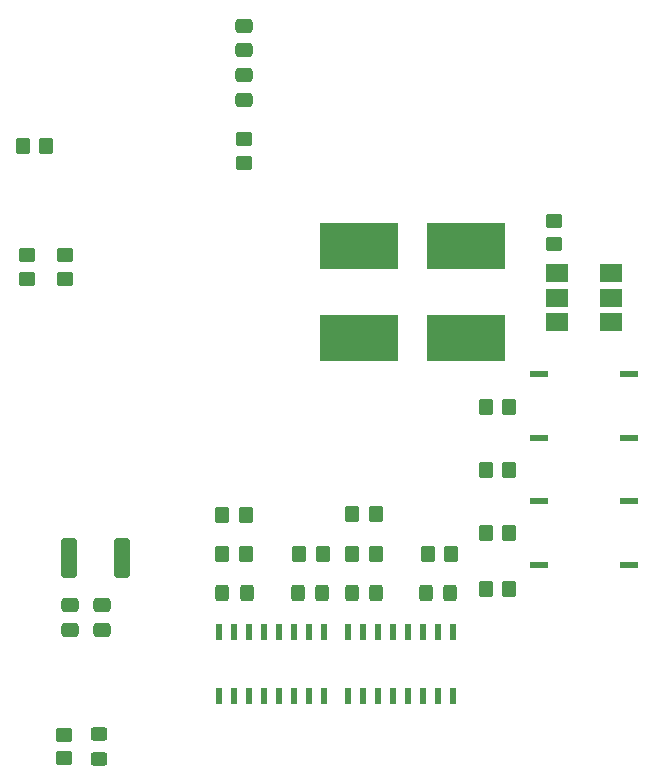
<source format=gtp>
%TF.GenerationSoftware,KiCad,Pcbnew,8.0.1-8.0.1-1~ubuntu22.04.1*%
%TF.CreationDate,2024-03-27T01:09:40-04:00*%
%TF.ProjectId,gripper_2024,67726970-7065-4725-9f32-3032342e6b69,rev?*%
%TF.SameCoordinates,Original*%
%TF.FileFunction,Paste,Top*%
%TF.FilePolarity,Positive*%
%FSLAX46Y46*%
G04 Gerber Fmt 4.6, Leading zero omitted, Abs format (unit mm)*
G04 Created by KiCad (PCBNEW 8.0.1-8.0.1-1~ubuntu22.04.1) date 2024-03-27 01:09:40*
%MOMM*%
%LPD*%
G01*
G04 APERTURE LIST*
G04 Aperture macros list*
%AMRoundRect*
0 Rectangle with rounded corners*
0 $1 Rounding radius*
0 $2 $3 $4 $5 $6 $7 $8 $9 X,Y pos of 4 corners*
0 Add a 4 corners polygon primitive as box body*
4,1,4,$2,$3,$4,$5,$6,$7,$8,$9,$2,$3,0*
0 Add four circle primitives for the rounded corners*
1,1,$1+$1,$2,$3*
1,1,$1+$1,$4,$5*
1,1,$1+$1,$6,$7*
1,1,$1+$1,$8,$9*
0 Add four rect primitives between the rounded corners*
20,1,$1+$1,$2,$3,$4,$5,0*
20,1,$1+$1,$4,$5,$6,$7,0*
20,1,$1+$1,$6,$7,$8,$9,0*
20,1,$1+$1,$8,$9,$2,$3,0*%
G04 Aperture macros list end*
%ADD10RoundRect,0.250000X-0.325000X-0.450000X0.325000X-0.450000X0.325000X0.450000X-0.325000X0.450000X0*%
%ADD11RoundRect,0.250000X0.350000X0.450000X-0.350000X0.450000X-0.350000X-0.450000X0.350000X-0.450000X0*%
%ADD12RoundRect,0.250000X0.450000X-0.350000X0.450000X0.350000X-0.450000X0.350000X-0.450000X-0.350000X0*%
%ADD13R,0.558800X1.460500*%
%ADD14R,1.511300X0.609600*%
%ADD15RoundRect,0.250000X-0.450000X0.350000X-0.450000X-0.350000X0.450000X-0.350000X0.450000X0.350000X0*%
%ADD16RoundRect,0.250000X-0.350000X-0.450000X0.350000X-0.450000X0.350000X0.450000X-0.350000X0.450000X0*%
%ADD17R,1.955800X1.549400*%
%ADD18RoundRect,0.250000X0.400000X1.450000X-0.400000X1.450000X-0.400000X-1.450000X0.400000X-1.450000X0*%
%ADD19R,6.600000X4.000000*%
%ADD20RoundRect,0.250000X0.325000X0.450000X-0.325000X0.450000X-0.325000X-0.450000X0.325000X-0.450000X0*%
%ADD21RoundRect,0.250000X-0.450000X0.325000X-0.450000X-0.325000X0.450000X-0.325000X0.450000X0.325000X0*%
%ADD22RoundRect,0.250000X0.475000X-0.337500X0.475000X0.337500X-0.475000X0.337500X-0.475000X-0.337500X0*%
%ADD23RoundRect,0.250000X-0.475000X0.337500X-0.475000X-0.337500X0.475000X-0.337500X0.475000X0.337500X0*%
G04 APERTURE END LIST*
D10*
%TO.C,D5*%
X51375000Y-75000000D03*
X53425000Y-75000000D03*
%TD*%
D11*
%TO.C,R18*%
X62700000Y-59300000D03*
X64700000Y-59300000D03*
%TD*%
D12*
%TO.C,R19*%
X68500000Y-45500000D03*
X68500000Y-43500000D03*
%TD*%
D13*
%TO.C,U2*%
X51055000Y-83724150D03*
X52325000Y-83724150D03*
X53595000Y-83724150D03*
X54865000Y-83724150D03*
X56135000Y-83724150D03*
X57405000Y-83724150D03*
X58675000Y-83724150D03*
X59945000Y-83724150D03*
X59945000Y-78275850D03*
X58675000Y-78275850D03*
X57405000Y-78275850D03*
X56135000Y-78275850D03*
X54865000Y-78275850D03*
X53595000Y-78275850D03*
X52325000Y-78275850D03*
X51055000Y-78275850D03*
%TD*%
%TO.C,U1*%
X40155000Y-78275850D03*
X41425000Y-78275850D03*
X42695000Y-78275850D03*
X43965000Y-78275850D03*
X45235000Y-78275850D03*
X46505000Y-78275850D03*
X47775000Y-78275850D03*
X49045000Y-78275850D03*
X49045000Y-83724150D03*
X47775000Y-83724150D03*
X46505000Y-83724150D03*
X45235000Y-83724150D03*
X43965000Y-83724150D03*
X42695000Y-83724150D03*
X41425000Y-83724150D03*
X40155000Y-83724150D03*
%TD*%
D14*
%TO.C,SW4*%
X74803650Y-56500000D03*
X67196350Y-56500000D03*
%TD*%
%TO.C,SW3*%
X74803650Y-61868800D03*
X67196350Y-61868800D03*
%TD*%
%TO.C,SW2*%
X74803650Y-67237600D03*
X67196350Y-67237600D03*
%TD*%
%TO.C,SW1*%
X67196350Y-72606400D03*
X74803650Y-72606400D03*
%TD*%
D11*
%TO.C,R24*%
X59800000Y-71700000D03*
X57800000Y-71700000D03*
%TD*%
%TO.C,R23*%
X53400000Y-68300000D03*
X51400000Y-68300000D03*
%TD*%
D15*
%TO.C,R20*%
X27000000Y-87000000D03*
X27000000Y-89000000D03*
%TD*%
D11*
%TO.C,R17*%
X62700000Y-64600000D03*
X64700000Y-64600000D03*
%TD*%
%TO.C,R16*%
X62700000Y-69900000D03*
X64700000Y-69900000D03*
%TD*%
D16*
%TO.C,R15*%
X64700000Y-74700000D03*
X62700000Y-74700000D03*
%TD*%
D11*
%TO.C,R9*%
X48900000Y-71700000D03*
X46900000Y-71700000D03*
%TD*%
%TO.C,R8*%
X42400000Y-71700000D03*
X40400000Y-71700000D03*
%TD*%
%TO.C,R6*%
X53400000Y-71700000D03*
X51400000Y-71700000D03*
%TD*%
%TO.C,R5*%
X40400000Y-68400000D03*
X42400000Y-68400000D03*
%TD*%
D12*
%TO.C,R4*%
X27100000Y-48400000D03*
X27100000Y-46400000D03*
%TD*%
%TO.C,R3*%
X23900000Y-48400000D03*
X23900000Y-46400000D03*
%TD*%
D15*
%TO.C,R2*%
X42200000Y-36600000D03*
X42200000Y-38600000D03*
%TD*%
D16*
%TO.C,R1*%
X23500000Y-37200000D03*
X25500000Y-37200000D03*
%TD*%
D17*
%TO.C,LED1*%
X73273300Y-47899999D03*
X73273300Y-50000000D03*
X73273300Y-52099998D03*
X68726700Y-52100001D03*
X68726700Y-50000000D03*
X68726700Y-47900002D03*
%TD*%
D18*
%TO.C,F3*%
X27450000Y-72050000D03*
X31900000Y-72050000D03*
%TD*%
D19*
%TO.C,F2*%
X61000000Y-45600000D03*
X61000000Y-53400000D03*
%TD*%
%TO.C,F1*%
X52000000Y-45600000D03*
X52000000Y-53400000D03*
%TD*%
D20*
%TO.C,D4*%
X57675000Y-75000000D03*
X59725000Y-75000000D03*
%TD*%
D10*
%TO.C,D3*%
X40410000Y-75000000D03*
X42460000Y-75000000D03*
%TD*%
D20*
%TO.C,D2*%
X48860000Y-75000000D03*
X46810000Y-75000000D03*
%TD*%
D21*
%TO.C,D1*%
X30000000Y-86975000D03*
X30000000Y-89025000D03*
%TD*%
D22*
%TO.C,C13*%
X42200000Y-33237500D03*
X42200000Y-31162500D03*
%TD*%
D23*
%TO.C,C12*%
X42200000Y-26962500D03*
X42200000Y-29037500D03*
%TD*%
%TO.C,C10*%
X30200000Y-76062500D03*
X30200000Y-78137500D03*
%TD*%
%TO.C,C9*%
X27500000Y-78137500D03*
X27500000Y-76062500D03*
%TD*%
M02*

</source>
